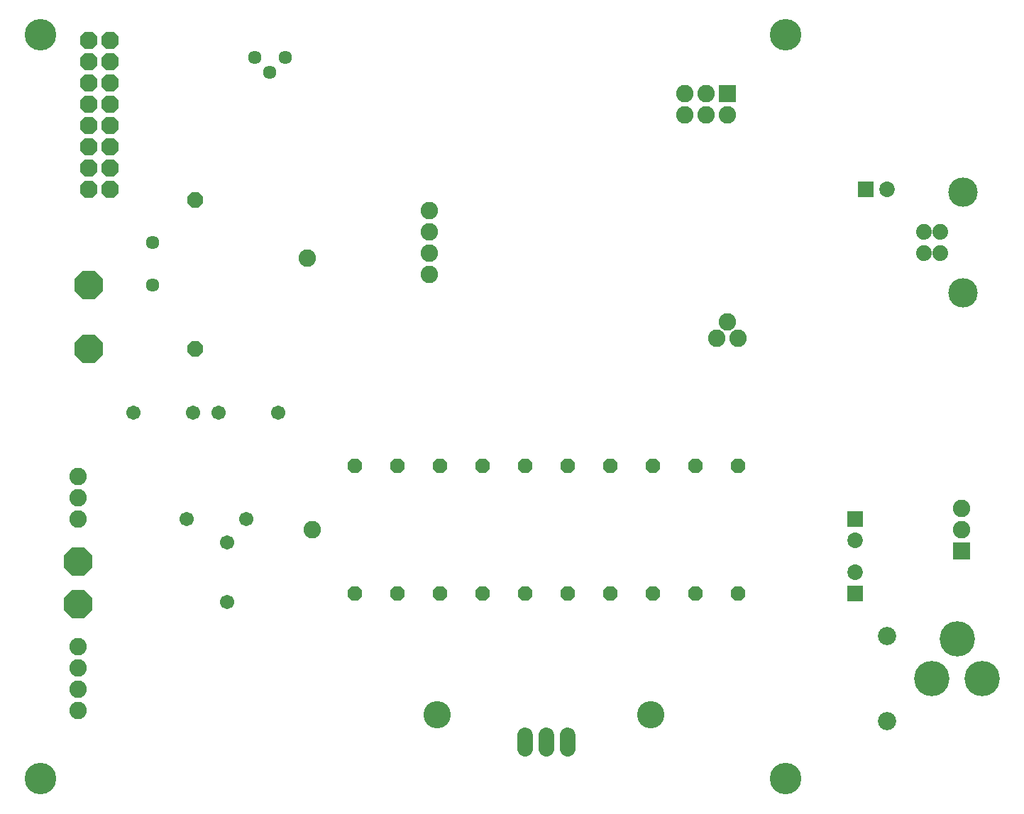
<source format=gbs>
G75*
G70*
%OFA0B0*%
%FSLAX24Y24*%
%IPPOS*%
%LPD*%
%AMOC8*
5,1,8,0,0,1.08239X$1,22.5*
%
%ADD10R,0.0820X0.0820*%
%ADD11C,0.0820*%
%ADD12C,0.0860*%
%ADD13R,0.0730X0.0730*%
%ADD14C,0.0730*%
%ADD15C,0.0674*%
%ADD16C,0.0720*%
%ADD17C,0.1280*%
%ADD18OC8,0.0820*%
%ADD19C,0.1480*%
%ADD20C,0.0740*%
%ADD21C,0.1380*%
%ADD22C,0.1660*%
%ADD23OC8,0.1330*%
%ADD24C,0.0635*%
%ADD25OC8,0.0680*%
%ADD26OC8,0.0720*%
D10*
X034601Y034601D03*
X045601Y013101D03*
D11*
X045601Y014101D03*
X045601Y015101D03*
X035101Y023101D03*
X034601Y023851D03*
X034101Y023101D03*
X034601Y033601D03*
X033601Y033601D03*
X032601Y033601D03*
X032601Y034601D03*
X033601Y034601D03*
X020601Y029101D03*
X020601Y028101D03*
X020601Y027101D03*
X020601Y026101D03*
X014851Y026851D03*
X004101Y016601D03*
X004101Y015601D03*
X004101Y014601D03*
X004101Y008601D03*
X004101Y007601D03*
X004101Y006601D03*
X004101Y005601D03*
X015101Y014101D03*
D12*
X042101Y009101D03*
X042101Y005101D03*
D13*
X040601Y011101D03*
X040601Y014601D03*
X041101Y030101D03*
D14*
X042101Y030101D03*
X040601Y013601D03*
X040601Y012101D03*
D15*
X013501Y019601D03*
X010701Y019601D03*
X009501Y019601D03*
X006701Y019601D03*
X009201Y014601D03*
X011101Y013501D03*
X012001Y014601D03*
X011101Y010701D03*
D16*
X025101Y004421D02*
X025101Y003781D01*
X026101Y003781D02*
X026101Y004421D01*
X027101Y004421D02*
X027101Y003781D01*
D17*
X030995Y005410D03*
X020956Y005410D03*
D18*
X005601Y030101D03*
X004601Y030101D03*
X004601Y031101D03*
X004601Y032101D03*
X005601Y032101D03*
X005601Y031101D03*
X005601Y033101D03*
X005601Y034101D03*
X004601Y034101D03*
X004601Y033101D03*
X004601Y035101D03*
X004601Y036101D03*
X005601Y036101D03*
X005601Y035101D03*
X005601Y037101D03*
X004601Y037101D03*
D19*
X002311Y002381D03*
X037331Y002381D03*
X037331Y037351D03*
X002311Y037351D03*
D20*
X043821Y028093D03*
X044601Y028093D03*
X044601Y027109D03*
X043821Y027109D03*
D21*
X045671Y025231D03*
X045671Y029971D03*
D22*
X045388Y008951D03*
X044207Y007101D03*
X046569Y007101D03*
D23*
X004601Y022601D03*
X004601Y025601D03*
X004101Y012601D03*
X004101Y010601D03*
D24*
X007601Y025601D03*
X007601Y027601D03*
X013101Y035601D03*
X013811Y036311D03*
X012391Y036311D03*
D25*
X017101Y017101D03*
X019101Y017101D03*
X021101Y017101D03*
X023101Y017101D03*
X025101Y017101D03*
X027101Y017101D03*
X029101Y017101D03*
X031101Y017101D03*
X033101Y017101D03*
X035101Y017101D03*
X035101Y011101D03*
X033101Y011101D03*
X031101Y011101D03*
X029101Y011101D03*
X027101Y011101D03*
X025101Y011101D03*
X023101Y011101D03*
X021101Y011101D03*
X019101Y011101D03*
X017101Y011101D03*
D26*
X009601Y022601D03*
X009601Y029601D03*
M02*

</source>
